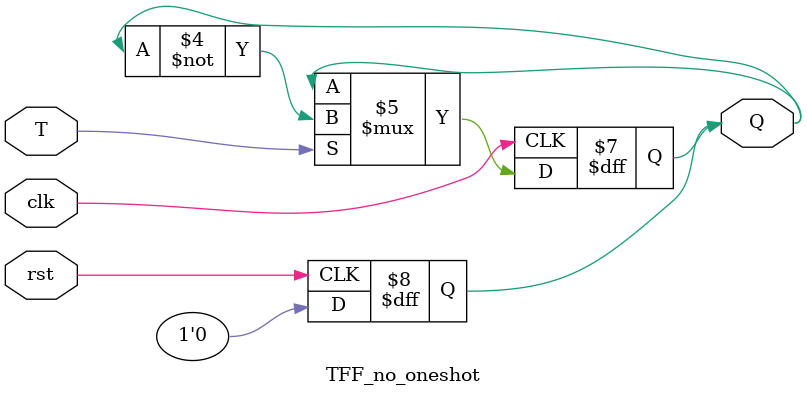
<source format=v>
`timescale 1ns / 1ps


module TFF_no_oneshot(clk, rst, T, Q);

input T, clk, rst;
output reg Q;

always @(negedge rst)
begin
    if(!rst)
        Q <= 1'b0;
end

always @(posedge clk)
begin
    if(T)
        Q <= ~Q;
end

endmodule

</source>
